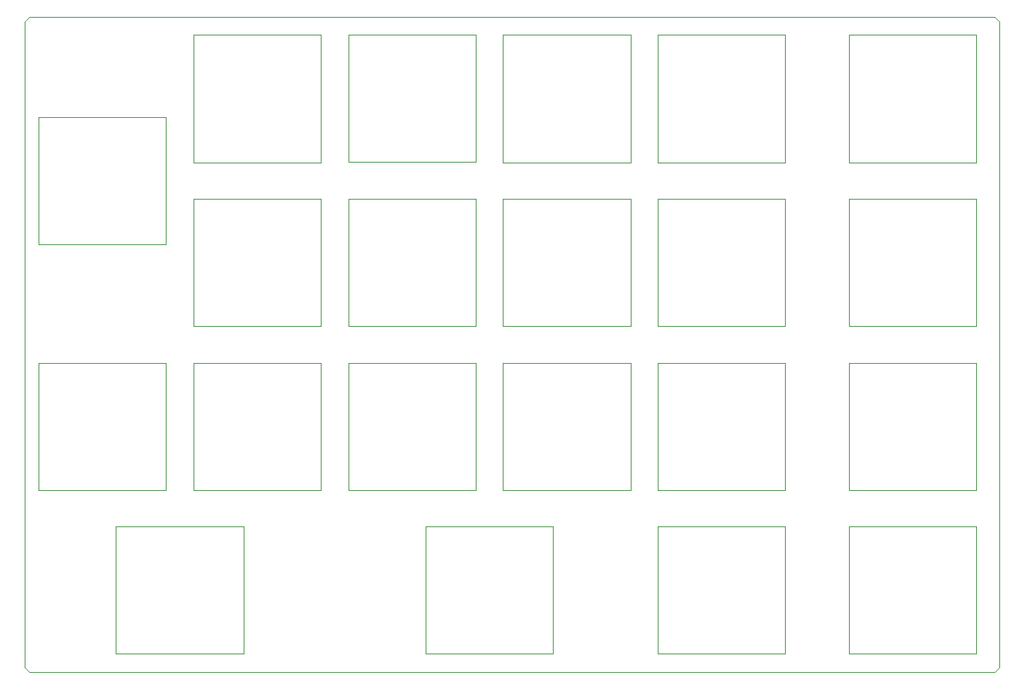
<source format=gm1>
G04 #@! TF.GenerationSoftware,KiCad,Pcbnew,(5.1.5)-3*
G04 #@! TF.CreationDate,2021-03-06T01:39:22+09:00*
G04 #@! TF.ProjectId,Setta21_Top,53657474-6132-4315-9f54-6f702e6b6963,rev?*
G04 #@! TF.SameCoordinates,Original*
G04 #@! TF.FileFunction,Profile,NP*
%FSLAX46Y46*%
G04 Gerber Fmt 4.6, Leading zero omitted, Abs format (unit mm)*
G04 Created by KiCad (PCBNEW (5.1.5)-3) date 2021-03-06 01:39:22*
%MOMM*%
%LPD*%
G04 APERTURE LIST*
%ADD10C,0.100000*%
G04 APERTURE END LIST*
D10*
X63000000Y-58500000D02*
X63500000Y-58000000D01*
X170000000Y-58500000D02*
X169500000Y-58000000D01*
X169500000Y-130000000D02*
X170000000Y-129500000D01*
X63000000Y-129500000D02*
X63500000Y-130000000D01*
X170000000Y-58500000D02*
X170000000Y-129500000D01*
X121000000Y-114000000D02*
X107000000Y-114000000D01*
X121000000Y-128000000D02*
X121000000Y-114000000D01*
X107000000Y-128000000D02*
X121000000Y-128000000D01*
X107000000Y-114000000D02*
X107000000Y-128000000D01*
X73000000Y-128000000D02*
X73000000Y-114000000D01*
X87000000Y-128000000D02*
X73000000Y-128000000D01*
X87000000Y-114000000D02*
X87000000Y-128000000D01*
X73000000Y-114000000D02*
X87000000Y-114000000D01*
X64500000Y-83000000D02*
X64500000Y-69000000D01*
X78500000Y-83000000D02*
X64500000Y-83000000D01*
X78500000Y-69000000D02*
X78500000Y-83000000D01*
X64500000Y-69000000D02*
X78500000Y-69000000D01*
X64500000Y-96000000D02*
X64500000Y-110000000D01*
X78500000Y-96000000D02*
X64500000Y-96000000D01*
X78500000Y-110000000D02*
X78500000Y-96000000D01*
X64500000Y-110000000D02*
X78500000Y-110000000D01*
X146500000Y-114000000D02*
X132500000Y-114000000D01*
X146500000Y-128000000D02*
X146500000Y-114000000D01*
X132500000Y-128000000D02*
X146500000Y-128000000D01*
X132500000Y-114000000D02*
X132500000Y-128000000D01*
X167500000Y-114000000D02*
X153500000Y-114000000D01*
X167500000Y-128000000D02*
X167500000Y-114000000D01*
X153500000Y-128000000D02*
X167500000Y-128000000D01*
X153500000Y-114000000D02*
X153500000Y-128000000D01*
X167500000Y-96000000D02*
X153500000Y-96000000D01*
X167500000Y-110000000D02*
X167500000Y-96000000D01*
X153500000Y-110000000D02*
X167500000Y-110000000D01*
X153500000Y-96000000D02*
X153500000Y-110000000D01*
X167500000Y-78000000D02*
X153500000Y-78000000D01*
X167500000Y-92000000D02*
X167500000Y-78000000D01*
X153500000Y-92000000D02*
X167500000Y-92000000D01*
X153500000Y-78000000D02*
X153500000Y-92000000D01*
X146500000Y-96000000D02*
X132500000Y-96000000D01*
X146500000Y-110000000D02*
X146500000Y-96000000D01*
X132500000Y-110000000D02*
X146500000Y-110000000D01*
X132500000Y-96000000D02*
X132500000Y-110000000D01*
X129500000Y-96000000D02*
X115500000Y-96000000D01*
X129500000Y-110000000D02*
X129500000Y-96000000D01*
X115500000Y-110000000D02*
X129500000Y-110000000D01*
X115500000Y-96000000D02*
X115500000Y-110000000D01*
X167500000Y-60000000D02*
X153500000Y-60000000D01*
X167500000Y-74000000D02*
X167500000Y-60000000D01*
X153500000Y-74000000D02*
X167500000Y-74000000D01*
X153500000Y-60000000D02*
X153500000Y-74000000D01*
X146500000Y-78000000D02*
X132500000Y-78000000D01*
X146500000Y-92000000D02*
X146500000Y-78000000D01*
X132500000Y-92000000D02*
X146500000Y-92000000D01*
X132500000Y-78000000D02*
X132500000Y-92000000D01*
X129500000Y-78000000D02*
X115500000Y-78000000D01*
X129500000Y-92000000D02*
X129500000Y-78000000D01*
X115500000Y-92000000D02*
X129500000Y-92000000D01*
X115500000Y-78000000D02*
X115500000Y-92000000D01*
X146500000Y-60000000D02*
X132500000Y-60000000D01*
X146500000Y-74000000D02*
X146500000Y-60000000D01*
X132500000Y-74000000D02*
X146500000Y-74000000D01*
X132500000Y-60000000D02*
X132500000Y-74000000D01*
X129500000Y-60000000D02*
X115500000Y-60000000D01*
X129500000Y-74000000D02*
X129500000Y-60000000D01*
X115500000Y-74000000D02*
X129500000Y-74000000D01*
X115500000Y-60000000D02*
X115500000Y-74000000D01*
X112500000Y-78000000D02*
X98500000Y-78000000D01*
X112500000Y-92000000D02*
X112500000Y-78000000D01*
X98500000Y-92000000D02*
X112500000Y-92000000D01*
X98500000Y-78000000D02*
X98500000Y-92000000D01*
X112500000Y-96000000D02*
X98500000Y-96000000D01*
X112500000Y-110000000D02*
X112500000Y-96000000D01*
X98500000Y-110000000D02*
X112500000Y-110000000D01*
X98500000Y-96000000D02*
X98500000Y-110000000D01*
X95500000Y-96000000D02*
X81500000Y-96000000D01*
X95500000Y-110000000D02*
X95500000Y-96000000D01*
X81500000Y-110000000D02*
X95500000Y-110000000D01*
X81500000Y-96000000D02*
X81500000Y-110000000D01*
X95500000Y-78000000D02*
X81500000Y-78000000D01*
X95500000Y-91975000D02*
X95500000Y-78000000D01*
X81500000Y-91975000D02*
X95500000Y-91975000D01*
X81500000Y-78000000D02*
X81500000Y-91975000D01*
X112500000Y-60000000D02*
X98500000Y-60000000D01*
X112500000Y-73975000D02*
X112500000Y-60000000D01*
X98500000Y-73975000D02*
X112500000Y-73975000D01*
X98500000Y-60000000D02*
X98500000Y-73975000D01*
X95500000Y-60000000D02*
X81500000Y-60000000D01*
X95500000Y-74000000D02*
X95500000Y-60000000D01*
X81500000Y-74000000D02*
X95500000Y-74000000D01*
X81500000Y-60000000D02*
X81500000Y-74000000D01*
X63000000Y-129500000D02*
X63000000Y-58500000D01*
X63500000Y-58000000D02*
X169500000Y-58000000D01*
X169500000Y-130000000D02*
X63500000Y-130000000D01*
M02*

</source>
